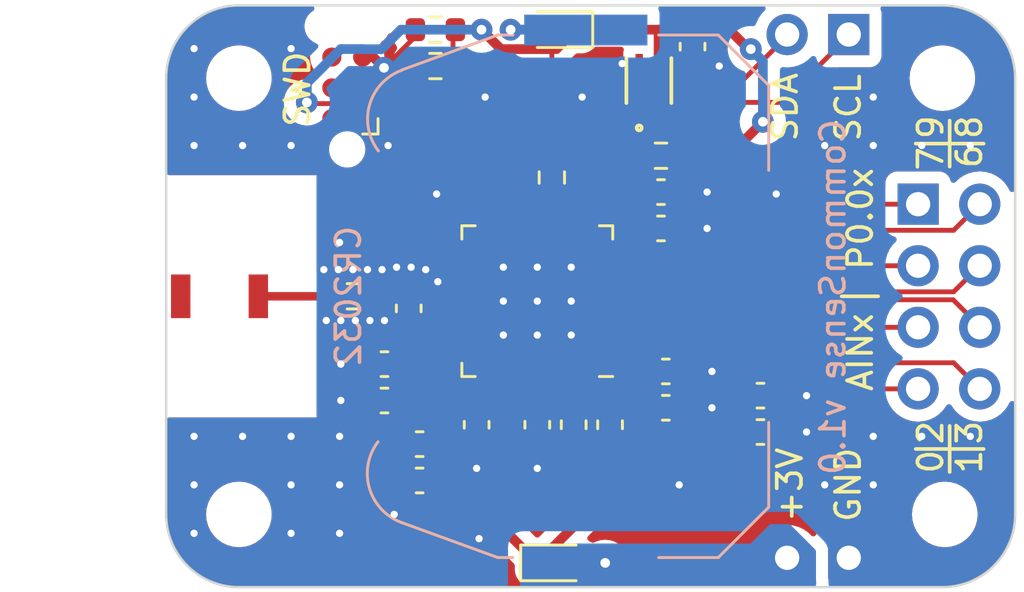
<source format=kicad_pcb>
(kicad_pcb (version 20221018) (generator pcbnew)
  (layers (0 "F.Cu" signal) (31 "B.Cu" signal) (34 "B.Paste" user) (35 "F.Paste" user) (36 "B.SilkS" user "B.Silkscreen") (37 "F.SilkS" user "F.Silkscreen") (38 "B.Mask" user) (39 "F.Mask" user) (44 "Edge.Cuts" user))
  (net 0 "")
  (net 1 "/RF")
  (net 2 "GND")
  (net 3 "/XL1")
  (net 4 "/XL2")
  (net 5 "/DEC1")
  (net 6 "/DEC4")
  (net 7 "/DEC3")
  (net 8 "/DEC2")
  (net 9 "/XC1")
  (net 10 "/XC2")
  (net 11 "/ANT")
  (net 12 "/LED_RES")
  (net 13 "/STATUS_LED")
  (net 14 "/P0.09")
  (net 15 "/P0.08")
  (net 16 "/P0.07")
  (net 17 "/P0.06")
  (net 18 "/AIN3")
  (net 19 "/AIN2")
  (net 20 "/AIN1")
  (net 21 "/AIN0")
  (net 32 "/SWDCLK")
  (net 33 "/SWDIO")
  (net 43 "/SDA")
  (net 44 "/SCL")
  (net 46 "/NRESET")
  (net 47 "/DCC")
  (net 48 "/L_MID")
  (net 49 "+BATT")
  (net 50 "+3V0")
  (footprint "Diode_SMD:D_0603_1608Metric" (layer "F.Cu") (at 152.1 57 180)
    (fp_text reference "D3" hide)
    (fp_text value "CDBU0130L-HF " hide)
    (pad "1" smd roundrect (at -0.7875 0 180) (size 0.875 0.95) (layers "F.Cu" "F.Paste" "F.Mask") (net 50 "+3V0"))
    (pad "2" smd roundrect (at 0.7875 0 180) (size 0.875 0.95) (layers "F.Cu" "F.Paste" "F.Mask") (net 49 "+BATT"))
  )
  (footprint "Connector_PinHeader_2.54mm:PinHeader_1x02_P2.54mm_Vertical" (layer "F.Cu") (at 164.14 78.79 -90)
    (fp_text reference "J2" hide)
    (fp_text value "Conn_01x02" hide)
    (pad "1" thru_hole rect locked (at 0 0 270) (size 1.7 1.7) (drill 1) (layers "*.Cu" "*.Mask") (net 2 "GND"))
    (pad "2" thru_hole oval locked (at 0 2.54 270) (size 1.7 1.7) (drill 1) (layers "*.Cu" "*.Mask") (net 49 "+BATT"))
  )
  (footprint "Capacitor_SMD:C_0603_1608Metric" (layer "F.Cu") (at 156.4 63.7 180)
    (fp_text reference "C14" hide)
    (fp_text value "1u" hide)
    (pad "1" smd roundrect (at -0.775 0 180) (size 0.9 0.95) (layers "F.Cu" "F.Paste" "F.Mask") (net 2 "GND"))
    (pad "2" smd roundrect (at 0.775 0 180) (size 0.9 0.95) (layers "F.Cu" "F.Paste" "F.Mask") (net 50 "+3V0"))
  )
  (footprint "Capacitor_SMD:C_0603_1608Metric" (layer "F.Cu") (at 145 70.8 180)
    (fp_text reference "C9" hide)
    (fp_text value "N.C." hide)
    (pad "1" smd roundrect (at -0.775 0 180) (size 0.9 0.95) (layers "F.Cu" "F.Paste" "F.Mask") (net 8 "/DEC2"))
    (pad "2" smd roundrect (at 0.775 0 180) (size 0.9 0.95) (layers "F.Cu" "F.Paste" "F.Mask") (net 2 "GND"))
  )
  (footprint "Capacitor_SMD:C_0603_1608Metric" (layer "F.Cu") (at 156.6 71.1 180)
    (fp_text reference "C3" hide)
    (fp_text value "100n" hide)
    (pad "1" smd roundrect (at -0.775 0 180) (size 0.9 0.95) (layers "F.Cu" "F.Paste" "F.Mask") (net 2 "GND"))
    (pad "2" smd roundrect (at 0.775 0 180) (size 0.9 0.95) (layers "F.Cu" "F.Paste" "F.Mask") (net 5 "/DEC1"))
  )
  (footprint "Diode_SMD:D_0603_1608Metric" (layer "F.Cu") (at 152.1 79)
    (fp_text reference "D2" hide)
    (fp_text value "CDBU0130L-HF " hide)
    (pad "1" smd roundrect (at -0.7875 0) (size 0.875 0.95) (layers "F.Cu" "F.Paste" "F.Mask") (net 50 "+3V0"))
    (pad "2" smd roundrect (at 0.7875 0) (size 0.875 0.95) (layers "F.Cu" "F.Paste" "F.Mask") (net 49 "+BATT"))
  )
  (footprint "MountingHole:MountingHole_2.2mm_M2" (layer "F.Cu") (at 168.1 77)
    (fp_text reference "H4" hide)
    (fp_text value "MountingHole" hide)
    (pad "" np_thru_hole circle locked (at 0 0) (size 2.2 2.2) (drill 2.2) (layers "*.Cu" "*.Mask"))
  )
  (footprint "Inductor_SMD:L_0603_1608Metric" (layer "F.Cu") (at 154.3 73.3 90)
    (fp_text reference "L3" hide)
    (fp_text value "10uH" hide)
    (pad "1" smd roundrect (at -0.7875 0 90) (size 0.875 0.95) (layers "F.Cu" "F.Paste" "F.Mask") (net 48 "/L_MID"))
    (pad "2" smd roundrect (at 0.7875 0 90) (size 0.875 0.95) (layers "F.Cu" "F.Paste" "F.Mask") (net 47 "/DCC"))
  )
  (footprint "MountingHole:MountingHole_2.2mm_M2" (layer "F.Cu") (at 139 77)
    (fp_text reference "H1" hide)
    (fp_text value "MountingHole" hide)
    (pad "" np_thru_hole circle locked (at 0 0) (size 2.2 2.2) (drill 2.2) (layers "*.Cu" "*.Mask"))
  )
  (footprint "Connector_PinHeader_2.54mm:PinHeader_2x04_P2.54mm_Vertical" (layer "F.Cu") (at 167 64.2)
    (fp_text reference "J1" hide)
    (fp_text value "Conn_02x04_Counter_Clockwise" hide)
    (pad "1" thru_hole rect locked (at 0 0) (size 1.7 1.7) (drill 1) (layers "*.Cu" "*.Mask") (net 14 "/P0.09"))
    (pad "2" thru_hole oval locked (at 2.54 0) (size 1.7 1.7) (drill 1) (layers "*.Cu" "*.Mask") (net 15 "/P0.08"))
    (pad "3" thru_hole oval locked (at 0 2.54) (size 1.7 1.7) (drill 1) (layers "*.Cu" "*.Mask") (net 16 "/P0.07"))
    (pad "4" thru_hole oval locked (at 2.54 2.54) (size 1.7 1.7) (drill 1) (layers "*.Cu" "*.Mask") (net 17 "/P0.06"))
    (pad "5" thru_hole oval locked (at 0 5.08) (size 1.7 1.7) (drill 1) (layers "*.Cu" "*.Mask") (net 19 "/AIN2"))
    (pad "6" thru_hole oval locked (at 2.54 5.08) (size 1.7 1.7) (drill 1) (layers "*.Cu" "*.Mask") (net 18 "/AIN3"))
    (pad "7" thru_hole oval locked (at 0 7.62) (size 1.7 1.7) (drill 1) (layers "*.Cu" "*.Mask") (net 21 "/AIN0"))
    (pad "8" thru_hole oval locked (at 2.54 7.62) (size 1.7 1.7) (drill 1) (layers "*.Cu" "*.Mask") (net 20 "/AIN1"))
  )
  (footprint "encyclopedia_galactica:ECS-.327-12.5-12R-TR" (layer "F.Cu") (at 159.776228 75.227211 180)
    (fp_text reference "Y1" hide)
    (fp_text value " ECS-.327-12.5-12R-TR " hide)
    (pad "1" smd rect (at -0.7 0 180) (size 0.6 1.1) (layers "F.Cu" "F.Paste" "F.Mask") (net 4 "/XL2"))
    (pad "2" smd rect (at 0.7 0 180) (size 0.6 1.1) (layers "F.Cu" "F.Paste" "F.Mask") (net 3 "/XL1"))
  )
  (footprint "MountingHole:MountingHole_2.2mm_M2" (layer "F.Cu") (at 139 59)
    (fp_text reference "H2" hide)
    (fp_text value "MountingHole" hide)
    (pad "" np_thru_hole circle locked (at 0 0) (size 2.2 2.2) (drill 2.2) (layers "*.Cu" "*.Mask"))
  )
  (footprint "Connector_PinHeader_2.54mm:PinHeader_1x02_P2.54mm_Vertical" (layer "F.Cu") (at 164.14 57.2 -90)
    (fp_text reference "J3" hide)
    (fp_text value "Conn_01x02" hide)
    (pad "1" thru_hole rect locked (at 0 0 270) (size 1.7 1.7) (drill 1) (layers "*.Cu" "*.Mask") (net 44 "/SCL"))
    (pad "2" thru_hole oval locked (at 0 2.54 270) (size 1.7 1.7) (drill 1) (layers "*.Cu" "*.Mask") (net 43 "/SDA"))
  )
  (footprint "Resistor_SMD:R_0603_1608Metric" (layer "F.Cu") (at 147.1 57)
    (fp_text reference "D1" hide)
    (fp_text value "LED" hide)
    (pad "1" smd roundrect (at -0.825 0) (size 0.8 0.95) (layers "F.Cu" "F.Paste" "F.Mask") (net 2 "GND"))
    (pad "2" smd roundrect (at 0.825 0) (size 0.8 0.95) (layers "F.Cu" "F.Paste" "F.Mask") (net 12 "/LED_RES"))
  )
  (footprint "Package_DFN_QFN:QFN-48-1EP_6x6mm_P0.4mm_EP4.6x4.6mm" (layer "F.Cu") (at 151.3 68.2 180)
    (fp_text reference "U1" hide)
    (fp_text value "NRF52810-QFAA-R7" hide)
    (pad "1" smd roundrect (at -2.95 -2.2 180) (size 0.8 0.2) (layers "F.Cu" "F.Paste" "F.Mask") (net 5 "/DEC1"))
    (pad "2" smd roundrect (at -2.95 -1.8 180) (size 0.8 0.2) (layers "F.Cu" "F.Paste" "F.Mask") (net 3 "/XL1"))
    (pad "3" smd roundrect (at -2.95 -1.4 180) (size 0.8 0.2) (layers "F.Cu" "F.Paste" "F.Mask") (net 4 "/XL2"))
    (pad "4" smd roundrect (at -2.95 -1 180) (size 0.8 0.2) (layers "F.Cu" "F.Paste" "F.Mask") (net 21 "/AIN0"))
    (pad "5" smd roundrect (at -2.95 -0.6 180) (size 0.8 0.2) (layers "F.Cu" "F.Paste" "F.Mask") (net 20 "/AIN1"))
    (pad "6" smd roundrect (at -2.95 -0.2 180) (size 0.8 0.2) (layers "F.Cu" "F.Paste" "F.Mask") (net 19 "/AIN2"))
    (pad "7" smd roundrect (at -2.95 0.2 180) (size 0.8 0.2) (layers "F.Cu" "F.Paste" "F.Mask") (net 18 "/AIN3"))
    (pad "8" smd roundrect (at -2.95 0.6 180) (size 0.8 0.2) (layers "F.Cu" "F.Paste" "F.Mask") (net 17 "/P0.06"))
    (pad "9" smd roundrect (at -2.95 1 180) (size 0.8 0.2) (layers "F.Cu" "F.Paste" "F.Mask") (net 16 "/P0.07"))
    (pad "10" smd roundrect (at -2.95 1.4 180) (size 0.8 0.2) (layers "F.Cu" "F.Paste" "F.Mask") (net 15 "/P0.08"))
    (pad "11" smd roundrect (at -2.95 1.8 180) (size 0.8 0.2) (layers "F.Cu" "F.Paste" "F.Mask") (net 14 "/P0.09"))
    (pad "12" smd roundrect (at -2.95 2.2 180) (size 0.8 0.2) (layers "F.Cu" "F.Paste" "F.Mask"))
    (pad "13" smd roundrect (at -2.2 2.95 180) (size 0.2 0.8) (layers "F.Cu" "F.Paste" "F.Mask") (net 50 "+3V0"))
    (pad "14" smd roundrect (at -1.8 2.95 180) (size 0.2 0.8) (layers "F.Cu" "F.Paste" "F.Mask"))
    (pad "15" smd roundrect (at -1.4 2.95 180) (size 0.2 0.8) (layers "F.Cu" "F.Paste" "F.Mask"))
    (pad "16" smd roundrect (at -1 2.95 180) (size 0.2 0.8) (layers "F.Cu" "F.Paste" "F.Mask") (net 44 "/SCL"))
    (pad "17" smd roundrect (at -0.6 2.95 180) (size 0.2 0.8) (layers "F.Cu" "F.Paste" "F.Mask") (net 43 "/SDA"))
    (pad "18" smd roundrect (at -0.2 2.95 180) (size 0.2 0.8) (layers "F.Cu" "F.Paste" "F.Mask"))
    (pad "19" smd roundrect (at 0.2 2.95 180) (size 0.2 0.8) (layers "F.Cu" "F.Paste" "F.Mask"))
    (pad "20" smd roundrect (at 0.6 2.95 180) (size 0.2 0.8) (layers "F.Cu" "F.Paste" "F.Mask"))
    (pad "21" smd roundrect (at 1 2.95 180) (size 0.2 0.8) (layers "F.Cu" "F.Paste" "F.Mask"))
    (pad "22" smd roundrect (at 1.4 2.95 180) (size 0.2 0.8) (layers "F.Cu" "F.Paste" "F.Mask"))
    (pad "23" smd roundrect (at 1.8 2.95 180) (size 0.2 0.8) (layers "F.Cu" "F.Paste" "F.Mask") (net 13 "/STATUS_LED"))
    (pad "24" smd roundrect (at 2.2 2.95 180) (size 0.2 0.8) (layers "F.Cu" "F.Paste" "F.Mask") (net 46 "/NRESET"))
    (pad "25" smd roundrect (at 2.95 2.2 180) (size 0.8 0.2) (layers "F.Cu" "F.Paste" "F.Mask") (net 32 "/SWDCLK"))
    (pad "26" smd roundrect (at 2.95 1.8 180) (size 0.8 0.2) (layers "F.Cu" "F.Paste" "F.Mask") (net 33 "/SWDIO"))
    (pad "27" smd roundrect (at 2.95 1.4 180) (size 0.8 0.2) (layers "F.Cu" "F.Paste" "F.Mask"))
    (pad "28" smd roundrect (at 2.95 1 180) (size 0.8 0.2) (layers "F.Cu" "F.Paste" "F.Mask"))
    (pad "29" smd roundrect (at 2.95 0.6 180) (size 0.8 0.2) (layers "F.Cu" "F.Paste" "F.Mask"))
    (pad "30" smd roundrect (at 2.95 0.2 180) (size 0.8 0.2) (layers "F.Cu" "F.Paste" "F.Mask") (net 11 "/ANT"))
    (pad "31" smd roundrect (at 2.95 -0.2 180) (size 0.8 0.2) (layers "F.Cu" "F.Paste" "F.Mask") (net 2 "GND"))
    (pad "32" smd roundrect (at 2.95 -0.6 180) (size 0.8 0.2) (layers "F.Cu" "F.Paste" "F.Mask") (net 8 "/DEC2"))
    (pad "33" smd roundrect (at 2.95 -1 180) (size 0.8 0.2) (layers "F.Cu" "F.Paste" "F.Mask") (net 7 "/DEC3"))
    (pad "34" smd roundrect (at 2.95 -1.4 180) (size 0.8 0.2) (layers "F.Cu" "F.Paste" "F.Mask") (net 10 "/XC2"))
    (pad "35" smd roundrect (at 2.95 -1.8 180) (size 0.8 0.2) (layers "F.Cu" "F.Paste" "F.Mask") (net 9 "/XC1"))
    (pad "36" smd roundrect (at 2.95 -2.2 180) (size 0.8 0.2) (layers "F.Cu" "F.Paste" "F.Mask") (net 50 "+3V0"))
    (pad "37" smd roundrect (at 2.2 -2.95 180) (size 0.2 0.8) (layers "F.Cu" "F.Paste" "F.Mask"))
    (pad "38" smd roundrect (at 1.8 -2.95 180) (size 0.2 0.8) (layers "F.Cu" "F.Paste" "F.Mask"))
    (pad "39" smd roundrect (at 1.4 -2.95 180) (size 0.2 0.8) (layers "F.Cu" "F.Paste" "F.Mask"))
    (pad "40" smd roundrect (at 1 -2.95 180) (size 0.2 0.8) (layers "F.Cu" "F.Paste" "F.Mask"))
    (pad "41" smd roundrect (at 0.6 -2.95 180) (size 0.2 0.8) (layers "F.Cu" "F.Paste" "F.Mask"))
    (pad "42" smd roundrect (at 0.2 -2.95 180) (size 0.2 0.8) (layers "F.Cu" "F.Paste" "F.Mask"))
    (pad "43" smd roundrect (at -0.2 -2.95 180) (size 0.2 0.8) (layers "F.Cu" "F.Paste" "F.Mask"))
    (pad "44" smd roundrect (at -0.6 -2.95 180) (size 0.2 0.8) (layers "F.Cu" "F.Paste" "F.Mask"))
    (pad "45" smd roundrect (at -1 -2.95 180) (size 0.2 0.8) (layers "F.Cu" "F.Paste" "F.Mask") (net 2 "GND"))
    (pad "46" smd roundrect (at -1.4 -2.95 180) (size 0.2 0.8) (layers "F.Cu" "F.Paste" "F.Mask") (net 6 "/DEC4"))
    (pad "47" smd roundrect (at -1.8 -2.95 180) (size 0.2 0.8) (layers "F.Cu" "F.Paste" "F.Mask") (net 47 "/DCC"))
    (pad "48" smd roundrect (at -2.2 -2.95 180) (size 0.2 0.8) (layers "F.Cu" "F.Paste" "F.Mask") (net 50 "+3V0"))
    (pad "49" smd rect (at 0 0 180) (size 4.6 4.6) (layers "F.Cu" "F.Mask") (net 2 "GND"))
  )
  (footprint "Capacitor_SMD:C_0603_1608Metric" (layer "F.Cu") (at 145 72.3 180)
    (fp_text reference "C8" hide)
    (fp_text value "100pF" hide)
    (pad "1" smd roundrect (at -0.775 0 180) (size 0.9 0.95) (layers "F.Cu" "F.Paste" "F.Mask") (net 7 "/DEC3"))
    (pad "2" smd roundrect (at 0.775 0 180) (size 0.9 0.95) (layers "F.Cu" "F.Paste" "F.Mask") (net 2 "GND"))
  )
  (footprint "Capacitor_SMD:C_0603_1608Metric" (layer "F.Cu") (at 156.6 72.6 180)
    (fp_text reference "C5" hide)
    (fp_text value "4u7" hide)
    (pad "1" smd roundrect (at -0.775 0 180) (size 0.9 0.95) (layers "F.Cu" "F.Paste" "F.Mask") (net 2 "GND"))
    (pad "2" smd roundrect (at 0.775 0 180) (size 0.9 0.95) (layers "F.Cu" "F.Paste" "F.Mask") (net 50 "+3V0"))
  )
  (footprint "Capacitor_SMD:C_0603_1608Metric" (layer "F.Cu") (at 146.45 74.1 180)
    (fp_text reference "C11" hide)
    (fp_text value "12pF" hide)
    (pad "1" smd roundrect (at -0.775 0 180) (size 0.9 0.95) (layers "F.Cu" "F.Paste" "F.Mask") (net 10 "/XC2"))
    (pad "2" smd roundrect (at 0.775 0 180) (size 0.9 0.95) (layers "F.Cu" "F.Paste" "F.Mask") (net 2 "GND"))
  )
  (footprint "Resistor_SMD:R_0603_1608Metric" (layer "F.Cu") (at 151.9 63.1 -90)
    (fp_text reference "R4" hide)
    (fp_text value "10k" hide)
    (pad "1" smd roundrect (at -0.825 0 270) (size 0.8 0.95) (layers "F.Cu" "F.Paste" "F.Mask") (net 50 "+3V0"))
    (pad "2" smd roundrect (at 0.825 0 270) (size 0.8 0.95) (layers "F.Cu" "F.Paste" "F.Mask") (net 43 "/SDA"))
  )
  (footprint "Connector:Tag-Connect_TC2030-IDC-NL_2x03_P1.27mm_Vertical" (layer "F.Cu") (at 143.465 59.4 90)
    (fp_text reference "J5" hide)
    (fp_text value "Conn_ARM_SWD_TagConnect_TC2030-NL" hide)
    (pad "" np_thru_hole circle (at -2.54 0 90) (size 0.9906 0.9906) (drill 0.9906) (layers "*.Cu" "*.Mask"))
    (pad "" np_thru_hole circle (at 2.54 -1.016 90) (size 0.9906 0.9906) (drill 0.9906) (layers "*.Cu" "*.Mask"))
    (pad "" np_thru_hole circle (at 2.54 1.016 90) (size 0.9906 0.9906) (drill 0.9906) (layers "*.Cu" "*.Mask"))
    (pad "1" connect circle (at -1.27 0.635 90) (size 0.7874 0.7874) (layers "F.Cu" "F.Mask") (net 50 "+3V0"))
    (pad "2" connect circle (at -1.27 -0.635 90) (size 0.7874 0.7874) (layers "F.Cu" "F.Mask") (net 33 "/SWDIO"))
    (pad "3" connect circle (at 0 0.635 90) (size 0.7874 0.7874) (layers "F.Cu" "F.Mask") (net 46 "/NRESET"))
    (pad "4" connect circle (at 0 -0.635 90) (size 0.7874 0.7874) (layers "F.Cu" "F.Mask") (net 32 "/SWDCLK"))
    (pad "5" connect circle (at 1.27 0.635 90) (size 0.7874 0.7874) (layers "F.Cu" "F.Mask") (net 2 "GND"))
    (pad "6" connect circle (at 1.27 -0.635 90) (size 0.7874 0.7874) (layers "F.Cu" "F.Mask"))
    (zone (net 0) (net_name "") (layer "F.Cu") (connect_pads (clearance 0)) (min_thickness 0.254)
      (keepout (tracks allowed) (vias not_allowed) (pads allowed) (copperpour not_allowed) (footprints not_allowed))
      (fill (thermal_gap 0.508) (thermal_bridge_width 0.508))
      (polygon (pts (xy 142.83 58.13) (xy 142.83 60.67) (xy 144.1 60.67) (xy 144.1 58.13)))
    )
  )
  (footprint "Resistor_SMD:R_0603_1608Metric" (layer "F.Cu") (at 147.1 58.5)
    (fp_text reference "R1" hide)
    (fp_text value "R" hide)
    (pad "1" smd roundrect (at -0.825 0) (size 0.8 0.95) (layers "F.Cu" "F.Paste" "F.Mask") (net 13 "/STATUS_LED"))
    (pad "2" smd roundrect (at 0.825 0) (size 0.8 0.95) (layers "F.Cu" "F.Paste" "F.Mask") (net 12 "/LED_RES"))
  )
  (footprint "MountingHole:MountingHole_2.2mm_M2" (layer "F.Cu") (at 168 59)
    (fp_text reference "H3" hide)
    (fp_text value "MountingHole" hide)
    (pad "" np_thru_hole circle locked (at 0 0) (size 2.2 2.2) (drill 2.2) (layers "*.Cu" "*.Mask"))
  )
  (footprint "Resistor_SMD:R_0603_1608Metric" (layer "F.Cu") (at 143.7 68 180)
    (fp_text reference "L1" hide)
    (fp_text value "3.9nH" hide)
    (pad "1" smd roundrect (at -0.825 0 180) (size 0.8 0.95) (layers "F.Cu" "F.Paste" "F.Mask") (net 11 "/ANT"))
    (pad "2" smd roundrect (at 0.825 0 180) (size 0.8 0.95) (layers "F.Cu" "F.Paste" "F.Mask") (net 1 "/RF"))
  )
  (footprint "Resistor_SMD:R_0603_1608Metric" (layer "F.Cu") (at 156.4 62.2)
    (fp_text reference "R3" hide)
    (fp_text value "10k" hide)
    (pad "1" smd roundrect (at -0.825 0) (size 0.8 0.95) (layers "F.Cu" "F.Paste" "F.Mask") (net 44 "/SCL"))
    (pad "2" smd roundrect (at 0.825 0) (size 0.8 0.95) (layers "F.Cu" "F.Paste" "F.Mask") (net 50 "+3V0"))
  )
  (footprint "Capacitor_SMD:C_0603_1608Metric" (layer "F.Cu") (at 148.8 73.3 90)
    (fp_text reference "C7" hide)
    (fp_text value "100n" hide)
    (pad "1" smd roundrect (at -0.775 0 90) (size 0.9 0.95) (layers "F.Cu" "F.Paste" "F.Mask") (net 2 "GND"))
    (pad "2" smd roundrect (at 0.775 0 90) (size 0.9 0.95) (layers "F.Cu" "F.Paste" "F.Mask") (net 50 "+3V0"))
  )
  (footprint "Capacitor_SMD:C_0603_1608Metric" (layer "F.Cu") (at 157.7 57.7 -90)
    (fp_text reference "C13" hide)
    (fp_text value "100n" hide)
    (pad "1" smd roundrect (at -0.775 0 270) (size 0.9 0.95) (layers "F.Cu" "F.Paste" "F.Mask") (net 50 "+3V0"))
    (pad "2" smd roundrect (at 0.775 0 270) (size 0.9 0.95) (layers "F.Cu" "F.Paste" "F.Mask") (net 2 "GND"))
  )
  (footprint "Capacitor_SMD:C_0603_1608Metric" (layer "F.Cu") (at 160.5 73.6)
    (fp_text reference "C2" hide)
    (fp_text value "12pF" hide)
    (pad "1" smd roundrect (at -0.775 0) (size 0.9 0.95) (layers "F.Cu" "F.Paste" "F.Mask") (net 4 "/XL2"))
    (pad "2" smd roundrect (at 0.775 0) (size 0.9 0.95) (layers "F.Cu" "F.Paste" "F.Mask") (net 2 "GND"))
  )
  (footprint "Capacitor_SMD:C_0603_1608Metric" (layer "F.Cu") (at 156.4 65.2 180)
    (fp_text reference "C4" hide)
    (fp_text value "100n" hide)
    (pad "1" smd roundrect (at -0.775 0 180) (size 0.9 0.95) (layers "F.Cu" "F.Paste" "F.Mask") (net 2 "GND"))
    (pad "2" smd roundrect (at 0.775 0 180) (size 0.9 0.95) (layers "F.Cu" "F.Paste" "F.Mask") (net 50 "+3V0"))
  )
  (footprint "encyclopedia_galactica:DFN4_SHT41_SEN" (layer "F.Cu") (at 155.9 59.1 90)
    (fp_text reference "U2" hide)
    (fp_text value "SHT41-AD1B-R2" hide)
    (pad "1" smd rect (at -0.7469 -0.40005 90) (size 0.706399 0.3056) (layers "F.Cu" "F.Paste" "F.Mask") (net 43 "/SDA"))
    (pad "2" smd rect (at -0.7469 0.40005 90) (size 0.706399 0.3056) (layers "F.Cu" "F.Paste" "F.Mask") (net 44 "/SCL"))
    (pad "3" smd rect (at 0.7469 0.40005 90) (size 0.706399 0.3056) (layers "F.Cu" "F.Paste" "F.Mask") (net 50 "+3V0"))
    (pad "4" smd rect (at 0.7469 -0.40005 90) (size 0.706399 0.3056) (layers "F.Cu" "F.Paste" "F.Mask") (net 2 "GND"))
  )
  (footprint "Capacitor_SMD:C_0603_1608Metric" (layer "F.Cu") (at 160.5 72.1)
    (fp_text reference "C1" hide)
    (fp_text value "12pF" hide)
    (pad "1" smd roundrect (at -0.775 0) (size 0.9 0.95) (layers "F.Cu" "F.Paste" "F.Mask") (net 3 "/XL1"))
    (pad "2" smd roundrect (at 0.775 0) (size 0.9 0.95) (layers "F.Cu" "F.Paste" "F.Mask") (net 2 "GND"))
  )
  (footprint "Inductor_SMD:L_0603_1608Metric" (layer "F.Cu") (at 152.8 73.3 -90)
    (fp_text reference "L2" hide)
    (fp_text value "15nH" hide)
    (pad "1" smd roundrect (at -0.7875 0 270) (size 0.875 0.95) (layers "F.Cu" "F.Paste" "F.Mask") (net 6 "/DEC4"))
    (pad "2" smd roundrect (at 0.7875 0 270) (size 0.875 0.95) (layers "F.Cu" "F.Paste" "F.Mask") (net 48 "/L_MID"))
  )
  (footprint "encyclopedia_galactica:ABM11W-30.0000MHZ-7-D1X-T3" (layer "F.Cu") (at 147.1625 77.5)
    (fp_text reference "Y2" hide)
    (fp_text value "ABM11W-32.0000MHZ-7-D1X-T3 " hide)
    (pad "1" smd rect (at -0.637 -0.487 90) (size 0.775 0.875) (layers "F.Cu" "F.Paste" "F.Mask") (net 2 "GND"))
    (pad "2" smd rect (at 0.637 -0.487 90) (size 0.775 0.875) (layers "F.Cu" "F.Paste" "F.Mask") (net 9 "/XC1"))
    (pad "3" smd rect (at -0.637 0.487 90) (size 0.775 0.875) (layers "F.Cu" "F.Paste" "F.Mask") (net 10 "/XC2"))
    (pad "4" smd rect (at 0.637 0.487 90) (size 0.775 0.875) (layers "F.Cu" "F.Paste" "F.Mask") (net 2 "GND"))
  )
  (footprint "Capacitor_SMD:C_0603_1608Metric" (layer "F.Cu") (at 146 68.5 90)
    (fp_text reference "C12" hide)
    (fp_text value "0.8pF" hide)
    (pad "1" smd roundrect (at -0.775 0 90) (size 0.9 0.95) (layers "F.Cu" "F.Paste" "F.Mask") (net 2 "GND"))
    (pad "2" smd roundrect (at 0.775 0 90) (size 0.9 0.95) (layers "F.Cu" "F.Paste" "F.Mask") (net 11 "/ANT"))
  )
  (footprint "Capacitor_SMD:C_0603_1608Metric" (layer "F.Cu") (at 151.3 73.3 -90)
    (fp_text reference "C6" hide)
    (fp_text value "1u" hide)
    (pad "1" smd roundrect (at -0.775 0 270) (size 0.9 0.95) (layers "F.Cu" "F.Paste" "F.Mask") (net 6 "/DEC4"))
    (pad "2" smd roundrect (at 0.775 0 270) (size 0.9 0.95) (layers "F.Cu" "F.Paste" "F.Mask") (net 2 "GND"))
  )
  (footprint "encyclopedia_galactica:2108838-1" (layer "F.Cu") (at 135.7 68)
    (fp_text reference "AE1" hide)
    (fp_text value "2108838-1" hide)
    (pad "1" smd rect locked (at 4.1 0) (size 0.8 1.8) (layers "F.Cu" "F.Paste" "F.Mask") (net 1 "/RF"))
    (pad "2" smd rect locked (at 0.9 0) (size 0.8 1.8) (layers "F.Cu" "F.Paste" "F.Mask"))
    (zone (net 0) (net_name "") (layers "*.Cu") (connect_pads (clearance 0)) (min_thickness 0.25)
      (keepout (tracks allowed) (vias not_allowed) (pads allowed) (copperpour not_allowed) (footprints not_allowed))
      (fill (thermal_gap 0.5) (thermal_bridge_width 0.5))
      (polygon (pts (xy 129.2 63) (xy 129.2 73) (xy 142.2 73) (xy 142.2 63)))
    )
  )
  (footprint "Capacitor_SMD:C_0603_1608Metric" (layer "F.Cu") (at 146.45 75.6 180)
    (fp_text reference "C10" hide)
    (fp_text value "12pF" hide)
    (pad "1" smd roundrect (at -0.775 0 180) (size 0.9 0.95) (layers "F.Cu" "F.Paste" "F.Mask") (net 9 "/XC1"))
    (pad "2" smd roundrect (at 0.775 0 180) (size 0.9 0.95) (layers "F.Cu" "F.Paste" "F.Mask") (net 2 "GND"))
  )
  (footprint "Battery:BatteryHolder_Keystone_3034_1x20mm" (layer "B.Cu") (at 153.3 68 90)
    (fp_text reference "BT1" hide)
    (fp_text value "3034" hide)
    (pad "1" smd rect (at -10.985 0 90) (size 1.27 5.08) (layers "B.Cu" "B.Paste" "B.Mask") (net 49 "+BATT"))
    (pad "1" smd rect (at 10.985 0 90) (size 1.27 5.08) (layers "B.Cu" "B.Paste" "B.Mask") (net 49 "+BATT"))
    (pad "2" smd circle (at 0 0 90) (size 17.8 17.8) (layers "B.Cu" "B.Mask") (net 2 "GND"))
  )
  (gr_line (start 168.3 75.25) (end 168.3 73.35) (stroke (width 0.15)) (layer "F.SilkS"))
  (gr_line (start 165.35 68) (end 163.85 68) (stroke (width 0.15)) (layer "F.SilkS"))
  (gr_line (start 168.3 62.65) (end 168.3 60.75) (stroke (width 0.15)) (layer "F.SilkS"))
  (gr_line (start 166.9 74.3) (end 169.7 74.3) (stroke (width 0.15)) (layer "F.SilkS"))
  (gr_line (start 166.9 61.7) (end 169.7 61.7) (stroke (width 0.15)) (layer "F.SilkS"))
  (gr_line locked (start 168.000001 80.000001) (end 139 80) (stroke (width 0.1)) (layer "Edge.Cuts"))
  (gr_line locked (start 171 59) (end 171 77) (stroke (width 0.1)) (layer "Edge.Cuts"))
  (gr_arc locked (start 138.999999 80.000001) (mid 136.878679 79.121321) (end 135.999999 77.000001) (stroke (width 0.1)) (layer "Edge.Cuts"))
  (gr_arc locked (start 168 56) (mid 170.12132 56.87868) (end 171 59) (stroke (width 0.1)) (layer "Edge.Cuts"))
  (gr_arc locked (start 135.999999 58.999999) (mid 136.878679 56.878679) (end 138.999999 55.999999) (stroke (width 0.1)) (layer "Edge.Cuts"))
  (gr_line locked (start 139 56) (end 168 56) (stroke (width 0.1)) (layer "Edge.Cuts"))
  (gr_arc locked (start 171.000001 77.000001) (mid 170.121321 79.121321) (end 168.000001 80.000001) (stroke (width 0.1)) (layer "Edge.Cuts"))
  (gr_line locked (start 136 77) (end 136 59) (stroke (width 0.1)) (layer "Edge.Cuts"))
  (gr_text "CommonSense v1.0" (at 162.9 60.6 90) (layer "B.SilkS") (effects (font (size 1 1)) (justify left top mirror)))
  (gr_text "CR2032" (at 144.1 65 90) (layer "B.SilkS") (effects (font (size 1 1)) (justify left bottom mirror)))
  (gr_text "7" (at 168.1 62.9 90) (layer "F.SilkS") (effects (font (size 1 1)) (justify left bottom)))
  (gr_text "SCL" (at 164.7 61.7 90) (layer "F.SilkS") (effects (font (size 1 1)) (justify left bottom)))
  (gr_text "SDA" (at 162.1 61.7 90) (layer "F.SilkS") (effects (font (size 1 1)) (justify left bottom)))
  (gr_text "P0.0x" (at 165.2 67 90) (layer "F.SilkS") (effects (font (size 1 1)) (justify left bottom)))
  (gr_text "+3V" (at 162.3 77.4 90) (layer "F.SilkS") (effects (font (size 1 1)) (justify left bottom)))
  (gr_text "6" (at 169.7 62.8 90) (layer "F.SilkS") (effects (font (size 1 1)) (justify left bottom)))
  (gr_text "SWD" (at 142 61.1 90) (layer "F.SilkS") (effects (font (size 1 1)) (justify left bottom)))
  (gr_text "GND" (at 164.7 77.4 90) (layer "F.SilkS") (effects (font (size 1 1)) (justify left bottom)))
  (gr_text "0" (at 168.1 75.4 90) (layer "F.SilkS") (effects (font (size 1 1)) (justify left bottom)))
  (gr_text "AINx" (at 165.2 72 90) (layer "F.SilkS") (effects (font (size 1 1)) (justify left bottom)))
  (gr_text "3" (at 169.7 74.2 90) (layer "F.SilkS") (effects (font (size 1 1)) (justify left bottom)))
  (gr_text "9" (at 168.1 61.6 90) (layer "F.SilkS") (effects (font (size 1 1)) (justify left bottom)))
  (gr_text "2" (at 168.1 74.2 90) (layer "F.SilkS") (effects (font (size 1 1)) (justify left bottom)))
  (gr_text "8" (at 169.7 61.6 90) (layer "F.SilkS") (effects (font (size 1 1)) (justify left bottom)))
  (gr_text "1" (at 169.7 75.4 90) (layer "F.SilkS") (effects (font (size 1 1)) (justify left bottom)))
  (segment (start 142.875 68) (end 139.8 68) (width 0.35) (layer "F.Cu") (net 1))
  (segment (start 144.980937 58.5742) (end 144.536737 58.13) (width 0.4) (layer "F.Cu") (net 2))
  (segment (start 144.536737 58.13) (end 144.1 58.13) (width 0.4) (layer "F.Cu") (net 2))
  (segment (start 154.8 58.4) (end 155.45305 58.4) (width 0.4) (layer "F.Cu") (net 2))
  (segment (start 158.775 58.475) (end 157.7 58.475) (width 0.25) (layer "F.Cu") (net 2))
  (segment (start 155.45305 58.4) (end 155.49995 58.3531) (width 0.4) (layer "F.Cu") (net 2))
  (segment (start 148.887 77.987) (end 148.9 78) (width 0.4) (layer "F.Cu") (net 2))
  (segment (start 149.7 68.4) (end 149.9 68.2) (width 0.2) (layer "F.Cu") (net 2))
  (segment (start 152.3 69.2) (end 151.3 68.2) (width 0.2) (layer "F.Cu") (net 2))
  (segment (start 161.275 73.6) (end 162.4 73.6) (width 0.4) (layer "F.Cu") (net 2))
  (segment (start 157.175 65.2) (end 158.3 65.2) (width 0.4) (layer "F.Cu") (net 2))
  (segment (start 157.175 63.7) (end 158.3 63.7) (width 0.4) (layer "F.Cu") (net 2))
  (segment (start 158.8 58.5) (end 158.775 58.475) (width 0.25) (layer "F.Cu") (net 2))
  (segment (start 145.413 77.013) (end 145.4 77) (width 0.4) (layer "F.Cu") (net 2))
  (segment (start 143.2 70.8) (end 144.225 70.8) (width 0.4) (layer "F.Cu") (net 2))
  (segment (start 144.225 72.3) (end 143.2 72.3) (width 0.4) (layer "F.Cu") (net 2))
  (segment (start 157.375 72.6) (end 158.5 72.6) (width 0.4) (layer "F.Cu") (net 2))
  (segment (start 152.3 71.15) (end 152.3 69.2) (width 0.2) (layer "F.Cu") (net 2))
  (segment (start 158.5 71.1) (end 157.375 71.1) (width 0.4) (layer "F.Cu") (net 2))
  (segment (start 148.312495 68.437505) (end 146.837495 68.437505) (width 0.25) (layer "F.Cu") (net 2))
  (segment (start 146.837495 68.437505) (end 146 69.275) (width 0.25) (layer "F.Cu") (net 2))
  (segment (start 148.8 74.075) (end 148.8 75.1) (width 0.4) (layer "F.Cu") (net 2))
  (segment (start 148.35 68.4) (end 149.7 68.4) (width 0.2) (layer "F.Cu") (net 2))
  (segment (start 161.275 72.1) (end 162.4 72.1) (width 0.4) (layer "F.Cu") (net 2))
  (segment (start 151.3 74.075) (end 151.3 75.1) (width 0.4) (layer "F.Cu") (net 2))
  (segment (start 146.175 57) (end 146.175 57.380137) (width 0.2) (layer "F.Cu") (net 2))
  (segment (start 146.5255 77.013) (end 145.413 77.013) (width 0.4) (layer "F.Cu") (net 2))
  (segment (start 147.7995 77.987) (end 148.887 77.987) (width 0.4) (layer "F.Cu") (net 2))
  (segment (start 146.175 57.380137) (end 144.980937 58.5742) (width 0.2) (layer "F.Cu") (net 2))
  (via (at 143.1 66.9) (size 0.4) (drill 0.3) (layers "F.Cu" "B.Cu") (net 2))
  (via (at 141.15 77.78) (size 0.4) (drill 0.3) (layers "F.Cu" "B.Cu") (net 2))
  (via (at 137.15 75.78) (size 0.4) (drill 0.3) (layers "F.Cu" "B.Cu") (net 2))
  (via (at 141.15 75.78) (size 0.4) (drill 0.3) (layers "F.Cu" "B.Cu") (net 2))
  (via (at 151.3 69.6) (size 0.6) (drill 0.3) (layers "F.Cu" "B.Cu") (net 2))
  (via (at 167.15 61.78) (size 0.4) (drill 0.3) (layers "F.Cu" "B.Cu") (net 2))
  (via (at 143.15 77.78) (size 0.4) (drill 0.3) (layers "F.Cu" "B.Cu") (net 2))
  (via (at 143.8 69) (size 0.4) (drill 0.3) (layers "F.Cu" "B.Cu") (net 2))
  (via (at 137.15 59.78) (size 0.4) (drill 0.3) (layers "F.Cu" "B.Cu") (net 2))
  (via (at 163.15 61.78) (size 0.4) (drill 0.3) (layers "F.Cu" "B.Cu") (net 2))
  (via (at 158.5 71.1) (size 0.6) (drill 0.3) (layers "F.Cu" "B.Cu") (net 2))
  (via (at 144.980937 58.5742) (size 0.9) (drill 0.4) (layers "F.Cu" "B.Cu") (net 2))
  (via (at 147.2 67.4) (size 0.4) (drill 0.3) (layers "F.Cu" "B.Cu") (net 2))
  (via (at 144.9 66.9) (size 0.4) (drill 0.3) (layers "F.Cu" "B.Cu") (net 2))
  (via (at 169.15 61.78) (size 0.4) (drill 0.3) (layers "F.Cu" "B.Cu") (net 2))
  (via (at 141.15 57.78) (size 0.4) (drill 0.3) (layers "F.Cu" "B.Cu") (net 2))
  (via (at 148.9 78) (size 0.6) (drill 0.3) (layers "F.Cu" "B.Cu") (net 2))
  (via (at 149.9 68.2) (size 0.6) (drill 0.3) (layers "F.Cu" "B.Cu") (net 2))
  (via (at 143.15 73.78) (size 0.4) (drill 0.3) (layers "F.Cu" "B.Cu") (net 2))
  (via (at 154.8 58.4) (size 0.6) (drill 0.3) (layers "F.Cu" "B.Cu") (net 2))
  (via (at 165.15 61.78) (size 0.4) (drill 0.3) (layers "F.Cu" "B.Cu") (net 2))
  (via (at 146.7 66.9) (size 0.4) (drill 0.3) (layers "F.Cu" "B.Cu") (net 2))
  (via (at 143.15 75.78) (size 0.4) (drill 0.3) (layers "F.Cu" "B.Cu") (net 2))
  (via (at 149.15 59.78) (size 0.4) (drill 0.3) (layers "F.Cu" "B.Cu") (net 2))
  (via (at 149.9 66.8) (size 0.6) (drill 0.3) (layers "F.Cu" "B.Cu") (net 2))
  (via (at 139.15 61.78) (size 0.4) (drill 0.3) (layers "F.Cu" "B.Cu") (net 2))
  (via (at 153.15 59.78) (size 0.4) (drill 0.3) (layers "F.Cu" "B.Cu") (net 2))
  (via (at 144.4 69) (size 0.4) (drill 0.3) (layers "F.Cu" "B.Cu") (net 2))
  (via (at 149.9 69.6) (size 0.6) (drill 0.3) (layers "F.Cu" "B.Cu") (net 2))
  (via (at 165.15 59.78) (size 0.4) (drill 0.3) (layers "F.Cu" "B.Cu") (net 2))
  (via (at 161.15 63.78) (size 0.4) (drill 0.3) (layers "F.Cu" "B.Cu") (net 2))
  (via (at 143.2 69) (size 0.4) (drill 0.3) (layers "F.Cu" "B.Cu") (net 2))
  (via (at 137.15 77.78) (size 0.4) (drill 0.3) (layers "F.Cu" "B.Cu") (net 2))
  (via (at 162.4 72.1) (size 0.6) (drill 0.3) (layers "F.Cu" "B.Cu") (net 2))
  (via (at 142.5 66.9) (size 0.4) (drill 0.3) (layers "F.Cu" "B.Cu") (net 2))
  (via (at 137.15 57.78) (size 0.4) (drill 0.3) (layers "F.Cu" "B.Cu") (net 2))
  (via (at 141.15 61.78) (size 0.4) (drill 0.3) (layers "F.Cu" "B.Cu") (net 2))
  (via (at 158.5 72.6) (size 0.6) (drill 0.3) (layers "F.Cu" "B.Cu") (net 2))
  (via (at 169.15 73.78) (size 0.4) (drill 0.3) (layers "F.Cu" "B.Cu") (net 2))
  (via (at 145 69) (size 0.4) (drill 0.3) (layers "F.Cu" "B.Cu") (net 2))
  (via (at 151.3 75.1) (size 0.6) (drill 0.3) (layers "F.Cu" "B.Cu") (net 2))
  (via (at 143.7 66.9) (size 0.4) (drill 0.3) (layers "F.Cu" "B.Cu") (net 2))
  (via (at 143.15 65.78) (size 0.4) (drill 0.3) (layers "F.Cu" "B.Cu") (net 2))
  (via (at 158.8 58.5) (size 0.6) (drill 0.3) (layers "F.Cu" "B.Cu") (net 2))
  (via (at 152.7 68.2) (size 0.6) (drill 0.3) (layers "F.Cu" "B.Cu") (net 2))
  (via (at 151.3 68.2) (size 0.6) (drill 0.3) (layers "F.Cu" "B.Cu") (net 2))
  (via (at 158.3 65.2) (size 0.6) (drill 0.3) (layers "F.Cu" "B.Cu") (net 2))
  (via (at 162.4 73.6) (size 0.6) (drill 0.3) (layers "F.Cu" "B.Cu") (net 2))
  (via (at 165.15 75.78) (size 0.4) (drill 0.3) (layers "F.Cu" "B.Cu") (net 2))
  (via (at 146.099503 66.8) (size 0.4) (drill 0.3) (layers "F.Cu" "B.Cu") (net 2))
  (via (at 157.15 75.78) (size 0.4) (drill 0.3) (layers "F.Cu" "B.Cu") (net 2))
  (via (at 145.4 77) (size 0.6) (drill 0.3) (layers "F.Cu" "B.Cu") (net 2))
  (via (at 143.2 72.3) (size 0.6) (drill 0.3) (layers "F.Cu" "B.Cu") (net 2))
  (via (at 137.15 61.78) (size 0.4) (drill 0.3) (layers "F.Cu" "B.Cu") (net 2))
  (via (at 151.3 66.8) (size 0.6) (drill 0.3) (layers "F.Cu" "B.Cu") (net 2))
  (via (at 142.6 69) (size 0.4) (drill 0.3) (layers "F.Cu" "B.Cu") (net 2))
  (via (at 148.8 75.1) (size 0.6) (drill 0.3) (layers "F.Cu" "B.Cu") (net 2))
  (via (at 158.3 63.7) (size 0.6) (drill 0.3) (layers "F.Cu" "B.Cu") (net 2))
  (via (at 163.15 75.78) (size 0.4) (drill 0.3) (layers "F.Cu" "B.Cu") (net 2))
  (via (at 143.2 70.8) (size 0.6) (drill 0.3) (layers "F.Cu" "B.Cu") (net 2))
  (via (at 145.5 66.8) (size 0.4) (drill 0.3) (layers "F.Cu" "B.Cu") (net 2))
  (via (at 167.15 73.78) (size 0.4) (drill 0.3) (layers "F.Cu" "B.Cu") (net 2))
  (via (at 145.15 61.78) (size 0.4) (drill 0.3) (layers "F.Cu" "B.Cu") (net 2))
  (via (at 139.15 73.78) (size 0.4) (drill 0.3) (layers "F.Cu" "B.Cu") (net 2))
  (via (at 141.15 73.78) (size 0.4) (drill 0.3) (layers "F.Cu" "B.Cu") (net 2))
  (via (at 165.15 73.78) (size 0.4) (drill 0.3) (layers "F.Cu" "B.Cu") (net 2))
  (via (at 144.3 66.9) (size 0.4) (drill 0.3) (layers "F.Cu" "B.Cu") (net 2))
  (via (at 152.7 66.8) (size 0.6) (drill 0.3) (layers "F.Cu" "B.Cu") (net 2))
  (via (at 147.15 63.78) (size 0.4) (drill 0.3) (layers "F.Cu" "B.Cu") (net 2))
  (via (at 137.15 73.78) (size 0.4) (drill 0.3) (layers "F.Cu" "B.Cu") (net 2))
  (via (at 152.7 69.6) (size 0.6) (drill 0.3) (layers "F.Cu" "B.Cu") (net 2))
  (segment (start 164.09 78.79) (end 153.3 68) (width 0.4) (layer "B.Cu") (net 2))
  (segment (start 164.14 78.79) (end 164.09 78.79) (width 0.4) (layer "B.Cu") (net 2))
  (segment (start 159.048 75.198983) (end 159.048 72.1) (width 0.2) (layer "F.Cu") (net 3))
  (segment (start 159.725 72.1) (end 159.048 72.1) (width 0.2) (layer "F.Cu") (net 3))
  (segment (start 158.2 70) (end 154.25 70) (width 0.2) (layer "F.Cu") (net 3))
  (segment (start 159.076228 75.227211) (end 159.048 75.198983) (width 0.2) (layer "F.Cu") (net 3))
  (segment (start 159.048 70.848) (end 158.2 70) (width 0.2) (layer "F.Cu") (net 3))
  (segment (start 159.048 72.1) (end 159.048 70.848) (width 0.2) (layer "F.Cu") (net 3))
  (segment (start 158.339225 69.6) (end 154.25 69.6) (width 0.2) (layer "F.Cu") (net 4))
  (segment (start 160.476228 75.227211) (end 160.476228 73.6) (width 0.2) (layer "F.Cu") (net 4))
  (segment (start 159.725 73.6) (end 160.476228 73.6) (width 0.2) (layer "F.Cu") (net 4))
  (segment (start 160.476228 73.6) (end 160.476228 71.737003) (width 0.2) (layer "F.Cu") (net 4))
  (segment (start 160.476228 71.737003) (end 158.339225 69.6) (width 0.2) (layer "F.Cu") (net 4))
  (segment (start 154.25 70.4) (end 155.125 70.4) (width 0.2) (layer "F.Cu") (net 5))
  (segment (start 155.125 70.4) (end 155.825 71.1) (width 0.2) (layer "F.Cu") (net 5))
  (segment (start 152.7875 72.525) (end 152.8 72.5125) (width 0.4) (layer "F.Cu") (net 6))
  (segment (start 152.7 72.4125) (end 152.8 72.5125) (width 0.25) (layer "F.Cu") (net 6))
  (segment (start 152.7 71.15) (end 152.7 72.4125) (width 0.25) (layer "F.Cu") (net 6))
  (segment (start 151.3 72.525) (end 152.7875 72.525) (width 0.4) (layer "F.Cu") (net 6))
  (segment (start 145.775 72.3) (end 146.498 71.577) (width 0.2) (layer "F.Cu") (net 7))
  (segment (start 146.498 71.577) (end 146.498 70.535367) (width 0.2) (layer "F.Cu") (net 7))
  (segment (start 146.498 70.535367) (end 147.833367 69.2) (width 0.2) (layer "F.Cu") (net 7))
  (segment (start 147.833367 69.2) (end 148.35 69.2) (width 0.2) (layer "F.Cu") (net 7))
  (segment (start 145.775 70.614225) (end 145.775 70.8) (width 0.2) (layer "F.Cu") (net 8))
  (segment (start 147.589225 68.8) (end 145.775 70.614225) (width 0.2) (layer "F.Cu") (net 8))
  (segment (start 148.35 68.8) (end 147.589225 68.8) (width 0.2) (layer "F.Cu") (net 8))
  (segment (start 147.4 73.160775) (end 147.4 70.558263) (width 0.2) (layer "F.Cu") (net 9))
  (segment (start 147.7995 77.013) (end 147.95 76.8625) (width 0.2) (layer "F.Cu") (net 9))
  (segment (start 147.4 70.558263) (end 147.958263 70) (width 0.2) (layer "F.Cu") (net 9))
  (segment (start 147.225 75.6) (end 147.95 75.6) (width 0.2) (layer "F.Cu") (net 9))
  (segment (start 147.958263 70) (end 148.35 70) (width 0.2) (layer "F.Cu") (net 9))
  (segment (start 147.95 75.6) (end 147.95 73.710775) (width 0.2) (layer "F.Cu") (net 9))
  (segment (start 147.95 73.710775) (end 147.4 73.160775) (width 0.2) (layer "F.Cu") (net 9))
  (segment (start 147.95 76.8625) (end 147.95 75.6) (width 0.2) (layer "F.Cu") (net 9))
  (segment (start 147.15 77.4635) (end 146.6265 77.987) (width 0.15) (layer "F.Cu") (net 10))
  (segment (start 147.895815 69.6) (end 148.35 69.6) (width 0.2) (layer "F.Cu") (net 10))
  (segment (start 146.548 73.652) (end 147.05 73.15) (width 0.2) (layer "F.Cu") (net 10))
  (segment (start 146.9514 76.440625) (end 146.548 76.037225) (width 0.2) (layer "F.Cu") (net 10))
  (segment (start 147.05 73.15) (end 147.05 70.445815) (width 0.2) (layer "F.Cu") (net 10))
  (segment (start 146.548 76.037225) (end 146.548 74.1) (width 0.2) (layer "F.Cu") (net 10))
  (segment (start 146.6265 77.987) (end 146.5255 77.987) (width 0.15) (layer "F.Cu") (net 10))
  (segment (start 147.05 70.445815) (end 147.895815 69.6) (width 0.2) (layer "F.Cu") (net 10))
  (segment (start 146.548 74.1) (end 146.548 73.652) (width 0.2) (layer "F.Cu") (net 10))
  (segment (start 146.959375 76.440625) (end 146.9514 76.440625) (width 0.2) (layer "F.Cu") (net 10))
  (segment (start 147.15 76.63125) (end 147.15 77.4635) (width 0.15) (layer "F.Cu") (net 10))
  (segment (start 146.959375 76.440625) (end 147.15 76.63125) (width 0.15) (layer "F.Cu") (net 10))
  (segment (start 147.225 74.1) (end 146.548 74.1) (width 0.2) (layer "F.Cu") (net 10))
  (segment (start 147.9 68) (end 144.525 68) (width 0.35) (layer "F.Cu") (net 11))
  (segment (start 148.35 68) (end 147.9 68) (width 0.2) (layer "F.Cu") (net 11))
  (segment (start 147.825 58.5) (end 147.825 57) (width 0.2) (layer "F.Cu") (net 12))
  (segment (start 146.175 59.975) (end 146.175 58.5) (width 0.2) (layer "F.Cu") (net 13))
  (segment (start 149.5 63.3) (end 146.175 59.975) (width 0.2) (layer "F.Cu") (net 13))
  (segment (start 149.5 65.25) (end 149.5 63.3) (width 0.2) (layer "F.Cu") (net 13))
  (segment (start 164.15 64.2) (end 167 64.2) (width 0.2) (layer "F.Cu") (net 14))
  (segment (start 154.25 66.4) (end 161.95 66.4) (width 0.2) (layer "F.Cu") (net 14))
  (segment (start 161.95 66.4) (end 164.15 64.2) (width 0.2) (layer "F.Cu") (net 14))
  (segment (start 164.523 65.277) (end 168.463 65.277) (width 0.2) (layer "F.Cu") (net 15))
  (segment (start 163 66.8) (end 164.523 65.277) (width 0.2) (layer "F.Cu") (net 15))
  (segment (start 154.25 66.8) (end 163 66.8) (width 0.2) (layer "F.Cu") (net 15))
  (segment (start 168.463 65.277) (end 169.54 64.2) (width 0.2) (layer "F.Cu") (net 15))
  (segment (start 164.06 66.74) (end 167 66.74) (width 0.2) (layer "F.Cu") (net 16))
  (segment (start 154.25 67.2) (end 163.6 67.2) (width 0.2) (layer "F.Cu") (net 16))
  (segment (start 163.6 67.2) (end 164.06 66.74) (width 0.2) (layer "F.Cu") (net 16))
  (segment (start 168.463 67.817) (end 169.54 66.74) (width 0.2) (layer "F.Cu") (net 17))
  (segment (start 164.807448 67.6) (end 165.024448 67.817) (width 0.2) (layer "F.Cu") (net 17))
  (segment (start 154.25 67.6) (end 164.807448 67.6) (width 0.2) (layer "F.Cu") (net 17))
  (segment (start 165.024448 67.817) (end 168.463 67.817) (width 0.2) (layer "F.Cu") (net 17))
  (segment (start 164.745 68) (end 164.889 68.144) (width 0.2) (layer "F.Cu") (net 18))
  (segment (start 154.25 68) (end 164.745 68) (width 0.2) (layer "F.Cu") (net 18))
  (segment (start 168.444 68.144) (end 169.54 69.24) (width 0.2) (layer "F.Cu") (net 18))
  (segment (start 164.889 68.144) (end 168.444 68.144) (width 0.2) (layer "F.Cu") (net 18))
  (segment (start 169.54 69.24) (end 169.54 69.28) (width 0.2) (layer "F.Cu") (net 18))
  (segment (start 164.501891 69.28) (end 167 69.28) (width 0.2) (layer "F.Cu") (net 19))
  (segment (start 154.25 68.4) (end 163.621891 68.4) (width 0.2) (layer "F.Cu") (net 19))
  (segment (start 163.621891 68.4) (end 164.501891 69.28) (width 0.2) (layer "F.Cu") (net 19))
  (segment (start 164.948 70.743) (end 168.463 70.743) (width 0.2) (layer "F.Cu") (net 20))
  (segment (start 163.005 68.8) (end 164.948 70.743) (width 0.2) (layer "F.Cu") (net 20))
  (segment (start 168.463 70.743) (end 169.54 71.82) (width 0.2) (layer "F.Cu") (net 20))
  (segment (start 154.25 68.8) (end 163.005 68.8) (width 0.2) (layer "F.Cu") (net 20))
  (segment (start 164.501891 71.82) (end 167 71.82) (width 0.2) (layer "F.Cu") (net 21))
  (segment (start 154.25 69.2) (end 161.881891 69.2) (width 0.2) (layer "F.Cu") (net 21))
  (segment (start 161.881891 69.2) (end 164.501891 71.82) (width 0.2) (layer "F.Cu") (net 21))
  (segment (start 143.8357 60.0207) (end 145.065991 60.0207) (width 0.2) (layer "F.Cu") (net 32))
  (segment (start 143.215 59.4) (end 143.8357 60.0207) (width 0.2) (layer "F.Cu") (net 32))
  (segment (start 148.35 63.304709) (end 148.35 66) (width 0.2) (layer "F.Cu") (net 32))
  (segment (start 142.83 59.4) (end 143.215 59.4) (width 0.2) (layer "F.Cu") (net 32))
  (segment (start 145.065991 60.0207) (end 148.35 63.304709) (width 0.2) (layer "F.Cu") (net 32))
  (segment (start 142.83 60.67) (end 142.436301 61.063699) (width 0.2) (layer "F.Cu") (net 33))
  (segment (start 142.436301 61.063699) (end 142.436301 62.136301) (width 0.2) (layer "F.Cu") (net 33))
  (segment (start 142.436301 62.136301) (end 146.7 66.4) (width 0.2) (layer "F.Cu") (net 33))
  (segment (start 146.7 66.4) (end 148.35 66.4) (width 0.2) (layer "F.Cu") (net 33))
  (segment (start 152.402 62.998) (end 155.49995 59.90005) (width 0.2) (layer "F.Cu") (net 43))
  (segment (start 152.398131 62.998) (end 152.402 62.998) (width 0.2) (layer "F.Cu") (net 43))
  (segment (start 159.66 59.2) (end 161.6 57.26) (width 0.2) (layer "F.Cu") (net 43))
  (segment (start 155.49995 59.80005) (end 156.1 59.2) (width 0.2) (layer "F.Cu") (net 43))
  (segment (start 151.9 65.25) (end 151.9 63.8) (width 0.2) (layer "F.Cu") (net 43))
  (segment (start 155.49995 59.8469) (end 155.49995 59.80005) (width 0.2) (layer "F.Cu") (net 43))
  (segment (start 161.6 57.26) (end 161.6 57.2) (width 0.2) (layer "F.Cu") (net 43))
  (segment (start 151.9 63.8) (end 151.9 63.496131) (width 0.2) (layer "F.Cu") (net 43))
  (segment (start 151.9 63.496131) (end 152.398131 62.998) (width 0.2) (layer "F.Cu") (net 43))
  (segment (start 155.49995 59.90005) (end 155.49995 59.8469) (width 0.2) (layer "F.Cu") (net 43))
  (segment (start 156.1 59.2) (end 159.66 59.2) (width 0.2) (layer "F.Cu") (net 43))
  (segment (start 155.3 62.2) (end 155.05 61.95) (width 0.2) (layer "F.Cu") (net 44))
  (segment (start 156.30005 59.8469) (end 156.45315 60) (width 0.2) (layer "F.Cu") (net 44))
  (segment (start 164.14 57.26) (end 164.14 57.2) (width 0.2) (layer "F.Cu") (net 44))
  (segment (start 156.30005 60.69995) (end 156.30005 59.8469) (width 0.2) (layer "F.Cu") (net 44))
  (segment (start 155.05 61.95) (end 155.3 61.7) (width 0.2) (layer "F.Cu") (net 44))
  (segment (start 161.4 60) (end 164.14 57.26) (width 0.2) (layer "F.Cu") (net 44))
  (segment (start 156.45315 60) (end 161.4 60) (width 0.2) (layer "F.Cu") (net 44))
  (segment (start 155.3 61.7) (end 156.30005 60.69995) (width 0.2) (layer "F.Cu") (net 44))
  (segment (start 152.3 65.25) (end 152.3 64.7) (width 0.2) (layer "F.Cu") (net 44))
  (segment (start 155.575 62.2) (end 155.3 62.2) (width 0.2) (layer "F.Cu") (net 44))
  (segment (start 152.3 64.7) (end 155.05 61.95) (width 0.2) (layer "F.Cu") (net 44))
  (segment (start 144.1 59.4) (end 145 59.4) (width 0.2) (layer "F.Cu") (net 46))
  (segment (start 149.1 63.5) (end 149.1 65.25) (width 0.2) (layer "F.Cu") (net 46))
  (segment (start 145 59.4) (end 149.1 63.5) (width 0.2) (layer "F.Cu") (net 46))
  (segment (start 153.1 71.15) (end 153.1 71.577092) (width 0.25) (layer "F.Cu") (net 47))
  (segment (start 154.035408 72.5125) (end 154.3 72.5125) (width 0.25) (layer "F.Cu") (net 47))
  (segment (start 153.1 71.577092) (end 154.035408 72.5125) (width 0.25) (layer "F.Cu") (net 47))
  (segment (start 152.8 74.0875) (end 154.3 74.0875) (width 0.4) (layer "F.Cu") (net 48))
  (segment (start 151.3125 57) (end 150.2 57) (width 0.4) (layer "F.Cu") (net 49))
  (segment (start 152.8875 79) (end 154.1 79) (width 0.4) (layer "F.Cu") (net 49))
  (via (at 154.1 79) (size 0.9) (drill 0.4) (layers "F.Cu" "B.Cu") (net 49))
  (via (at 150.2 57) (size 0.9) (drill 0.4) (layers "F.Cu" "B.Cu") (net 49))
  (segment (start 150.2 57) (end 153.285 57) (width 0.4) (layer "B.Cu") (net 49))
  (segment (start 153.285 57) (end 153.3 57.015) (width 0.4) (layer "B.Cu") (net 49))
  (segment (start 153.495 78.79) (end 153.3 78.985) (width 0.4) (layer "B.Cu") (net 49))
  (segment (start 161.6 78.79) (end 153.495 78.79) (width 0.4) (layer "B.Cu") (net 49))
  (segment (start 155.625 63.994354) (end 155.625 65.2) (width 0.4) (layer "F.Cu") (net 50))
  (segment (start 158.019354 61.6) (end 155.625 63.994354) (width 0.4) (layer "F.Cu") (net 50))
  (segment (start 143.401852 60.0493) (end 141.8493 60.0493) (width 0.2) (layer "F.Cu") (net 50))
  (segment (start 153.527 65.223) (end 153.527 65.25) (width 0.4) (layer "F.Cu") (net 50))
  (segment (start 148.35 72.075) (end 148.35 70.427) (width 0.4) (layer "F.Cu") (net 50))
  (segment (start 153.55 65.2) (end 153.527 65.223) (width 0.4) (layer "F.Cu") (net 50))
  (segment (start 155.625 65.2) (end 153.55 65.2) (width 0.4) (layer "F.Cu") (net 50))
  (segment (start 160.014142 57.801642) (end 159.2125 57) (width 0.4) (layer "F.Cu") (net 50))
  (segment (start 160.101642 57.801642) (end 160.014142 57.801642) (width 0.4) (layer "F.Cu") (net 50))
  (segment (start 154.375 71.15) (end 153.552 71.15) (width 0.4) (layer "F.Cu") (net 50))
  (segment (start 151.3 57.802) (end 151.9 57.802) (width 0.4) (layer "F.Cu") (net 50))
  (segment (start 159.2125 57) (end 156.3 57) (width 0.4) (layer "F.Cu") (net 50))
  (segment (start 151.9 62.275) (end 151.9 57.802) (width 0.2) (layer "F.Cu") (net 50))
  (segment (start 156.3001 58.4531) (end 156.3001 57.0001) (width 0.4) (layer "F.Cu") (net 50))
  (segment (start 150 77.7) (end 150 73.725) (width 0.4) (layer "F.Cu") (net 50))
  (segment (start 149 57) (end 149.802 57.802) (width 0.4) (layer "F.Cu") (net 50))
  (segment (start 148.8 72.525) (end 148.35 72.075) (width 0.4) (layer "F.Cu") (net 50))
  (segment (start 155.825 74.475) (end 155.825 72.6) (width 0.4) (layer "F.Cu") (net 50))
  (segment (start 152.0855 57.802) (end 152.8875 57) (width 0.4) (layer "F.Cu") (net 50))
  (segment (start 151.9 57.802) (end 152.0855 57.802) (width 0.4) (layer "F.Cu") (net 50))
  (segment (start 144.1 60.67) (end 144.022552 60.67) (width 0.2) (layer "F.Cu") (net 50))
  (segment (start 156.3001 57.0001) (end 156.3 57) (width 0.4) (layer "F.Cu") (net 50))
  (segment (start 152.8875 57) (end 156.3 57) (width 0.4) (layer "F.Cu") (net 50))
  (segment (start 144.022552 60.67) (end 143.401852 60.0493) (width 0.2) (layer "F.Cu") (net 50))
  (segment (start 160.6 60.8) (end 159.8 61.6) (width 0.4) (layer "F.Cu") (net 50))
  (segment (start 150 73.725) (end 148.8 72.525) (width 0.4) (layer "F.Cu") (net 50))
  (segment (start 141.8493 60.0493) (end 141.8 60) (width 0.2) (layer "F.Cu") (net 50))
  (segment (start 149.802 57.802) (end 151.3 57.802) (width 0.4) (layer "F.Cu") (net 50))
  (segment (start 151.3 79) (end 150 77.7) (width 0.4) (layer "F.Cu") (net 50))
  (segment (start 155.825 72.6) (end 154.375 71.15) (width 0.4) (layer "F.Cu") (net 50))
  (segment (start 151.3 79) (end 155.825 74.475) (width 0.4) (layer "F.Cu") (net 50))
  (segment (start 159.8 61.6) (end 158.019354 61.6) (width 0.4) (layer "F.Cu") (net 50))
  (via (at 160.6 60.8) (size 0.9) (drill 0.4) (layers "F.Cu" "B.Cu") (net 50))
  (via (at 160.101642 57.801642) (size 0.9) (drill 0.4) (layers "F.Cu" "B.Cu") (net 50))
  (via (at 141.8 60) (size 0.9) (drill 0.4) (layers "F.Cu" "B.Cu") (net 50))
  (via (at 149 57) (size 0.9) (drill 0.4) (layers "F.Cu" "B.Cu") (net 50))
  (segment (start 149 57) (end 145.677856 57) (width 0.4) (layer "B.Cu") (net 50))
  (segment (start 160.6 60.8) (end 160.6 58.3) (width 0.4) (layer "B.Cu") (net 50))
  (segment (start 144.872556 57.8053) (end 144.089444 57.8053) (width 0.4) (layer "B.Cu") (net 50))
  (segment (start 144.089444 57.8053) (end 144.084144 57.8) (width 0.4) (layer "B.Cu") (net 50))
  (segment (start 144.084144 57.8) (end 143.2 57.8) (width 0.4) (layer "B.Cu") (net 50))
  (segment (start 145.677856 57) (end 144.872556 57.8053) (width 0.4) (layer "B.Cu") (net 50))
  (segment (start 160.6 58.3) (end 160.101642 57.801642) (width 0.4) (layer "B.Cu") (net 50))
  (segment (start 141.8 59.2) (end 141.8 60) (width 0.4) (layer "B.Cu") (net 50))
  (segment (start 143.2 57.8) (end 141.8 59.2) (width 0.4) (layer "B.Cu") (net 50))
  (zone (net 0) (net_name "") (layer "F.Cu") (connect_pads yes (clearance 0)) (min_thickness 0.25)
    (keepout (tracks allowed) (vias allowed) (pads allowed) (copperpour not_allowed) (footprints allowed))
    (fill (thermal_gap 0.5) (thermal_bridge_width 0.5))
    (polygon (pts (xy 148.9 68.2) (xy 145.1 68.2) (xy 145.1 70) (xy 146.2 70) (xy 147.6 68.6) (xy 148.9 68.6)))
  )
  (zone locked (net 2) (net_name "GND") (layer "F.Cu") (priority 1) (connect_pads (clearance 0.5)) (min_thickness 0.25) (fill yes (thermal_gap 0.5) (thermal_bridge_width 0.5))
    (polygon (pts (xy 136 73) (xy 142.2 73) (xy 142.2 63) (xy 136 63) (xy 136 56) (xy 171 56) (xy 171 80) (xy 136 80)))
  )
  (zone (net 49) (net_name "+BATT") (layer "B.Cu") (priority 2) (connect_pads yes (clearance 0.5)) (min_thickness 0.25) (fill yes (thermal_gap 0.5) (thermal_bridge_width 0.5))
    (polygon (pts (xy 160.9 77.4) (xy 160.1 78.2) (xy 150.6 78.2) (xy 150.6 80) (xy 162.8 80) (xy 162.8 77.4)))
  )
  (zone locked (net 2) (net_name "GND") (layer "B.Cu") (connect_pads yes (clearance 0.5)) (min_thickness 0.25) (fill yes (thermal_gap 0.5) (thermal_bridge_width 0.5))
    (polygon (pts (xy 136 56) (xy 171 56) (xy 171 80) (xy 136 80)))
  )
)
</source>
